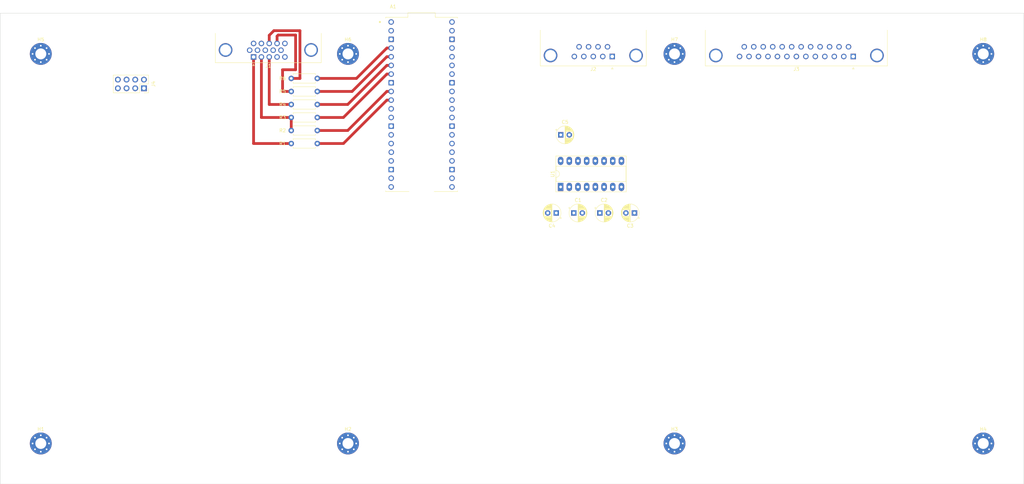
<source format=kicad_pcb>
(kicad_pcb (version 20211014) (generator pcbnew)
  (layers (0 "F.Cu" signal) (31 "B.Cu" signal) (34 "B.Paste" user) (35 "F.Paste" user) (36 "B.SilkS" user "B.Silkscreen") (37 "F.SilkS" user "F.Silkscreen") (38 "B.Mask" user) (39 "F.Mask" user) (44 "Edge.Cuts" user))
  (net 0 "")
  (net 6 "Net-(A1-Pad5)")
  (net 7 "Net-(A1-Pad6)")
  (net 18 "Net-(A1-Pad7)")
  (net 25 "GND")
  (net 31 "Net-(A1-Pad4)")
  (net 34 "Net-(A1-Pad9)")
  (net 35 "Net-(A1-Pad10)")
  (net 36 "/TX 3.3v")
  (net 37 "/RX 3.3V")
  (net 38 "+3.3V")
  (net 39 "Net-(C2-Pad1)")
  (net 40 "Net-(C2-Pad2)")
  (net 41 "Net-(C3-Pad2)")
  (net 42 "Net-(C4-Pad1)")
  (net 43 "Net-(J1-Pad1)")
  (net 44 "Net-(J1-Pad2)")
  (net 45 "Net-(J1-Pad3)")
  (net 46 "Net-(J1-Pad13)")
  (net 47 "Net-(J1-Pad14)")
  (net 49 "/RX 232")
  (net 50 "/TX 232")
  (net 81 "Net-(C1-Pad1)")
  (net 82 "Net-(C1-Pad2)")
  (footprint "MountingHole:MountingHole_3.2mm_M3_Pad_Via" (layer "F.Cu") (at 222.525 37.275)
    (fp_text reference "H7" (at 0 -4.2) (layer "F.SilkS"))
    (fp_text value "MountingHole_Pad")
    (pad "1" thru_hole circle (at -2.4 0) (size 0.8 0.8) (drill 0.5) (layers *.Cu *.Mask) (net 25 "GND"))
    (pad "1" thru_hole circle (at 1.697056 1.697056) (size 0.8 0.8) (drill 0.5) (layers *.Cu *.Mask) (net 25 "GND"))
    (pad "1" thru_hole circle (at 0 0) (size 6.4 6.4) (drill 3.2) (layers *.Cu *.Mask) (net 25 "GND"))
    (pad "1" thru_hole circle (at 2.4 0) (size 0.8 0.8) (drill 0.5) (layers *.Cu *.Mask) (net 25 "GND"))
    (pad "1" thru_hole circle (at 0 -2.4) (size 0.8 0.8) (drill 0.5) (layers *.Cu *.Mask) (net 25 "GND"))
    (pad "1" thru_hole circle (at 0 2.4) (size 0.8 0.8) (drill 0.5) (layers *.Cu *.Mask) (net 25 "GND"))
    (pad "1" thru_hole circle (at -1.697056 1.697056) (size 0.8 0.8) (drill 0.5) (layers *.Cu *.Mask) (net 25 "GND"))
    (pad "1" thru_hole circle (at -1.697056 -1.697056) (size 0.8 0.8) (drill 0.5) (layers *.Cu *.Mask) (net 25 "GND"))
    (pad "1" thru_hole circle (at 1.697056 -1.697056) (size 0.8 0.8) (drill 0.5) (layers *.Cu *.Mask) (net 25 "GND"))
  )
  (footprint "Resistor_THT:R_Axial_DIN0207_L6.3mm_D2.5mm_P7.62mm_Horizontal" (layer "F.Cu") (at 110.49 44.45)
    (fp_text reference "R6" (at -2.54 0) (layer "F.SilkS"))
    (fp_text value "47R")
    (pad "1" thru_hole circle (at 0 0) (size 1.6 1.6) (drill 0.8) (layers *.Cu *.Mask) (net 46 "Net-(J1-Pad13)"))
    (pad "2" thru_hole oval (at 7.62 0) (size 1.6 1.6) (drill 0.8) (layers *.Cu *.Mask) (net 31 "Net-(A1-Pad4)"))
  )
  (footprint "MountingHole:MountingHole_3.2mm_M3_Pad_Via" (layer "F.Cu") (at 37.275 151.275)
    (fp_text reference "H1" (at 0 -4.2) (layer "F.SilkS"))
    (fp_text value "MountingHole_Pad")
    (pad "1" thru_hole circle (at -1.697056 -1.697056) (size 0.8 0.8) (drill 0.5) (layers *.Cu *.Mask) (net 25 "GND"))
    (pad "1" thru_hole circle (at -1.697056 1.697056) (size 0.8 0.8) (drill 0.5) (layers *.Cu *.Mask) (net 25 "GND"))
    (pad "1" thru_hole circle (at 1.697056 1.697056) (size 0.8 0.8) (drill 0.5) (layers *.Cu *.Mask) (net 25 "GND"))
    (pad "1" thru_hole circle (at -2.4 0) (size 0.8 0.8) (drill 0.5) (layers *.Cu *.Mask) (net 25 "GND"))
    (pad "1" thru_hole circle (at 0 0) (size 6.4 6.4) (drill 3.2) (layers *.Cu *.Mask) (net 25 "GND"))
    (pad "1" thru_hole circle (at 2.4 0) (size 0.8 0.8) (drill 0.5) (layers *.Cu *.Mask) (net 25 "GND"))
    (pad "1" thru_hole circle (at 0 -2.4) (size 0.8 0.8) (drill 0.5) (layers *.Cu *.Mask) (net 25 "GND"))
    (pad "1" thru_hole circle (at 1.697056 -1.697056) (size 0.8 0.8) (drill 0.5) (layers *.Cu *.Mask) (net 25 "GND"))
    (pad "1" thru_hole circle (at 0 2.4) (size 0.8 0.8) (drill 0.5) (layers *.Cu *.Mask) (net 25 "GND"))
  )
  (footprint "Resistor_THT:R_Axial_DIN0207_L6.3mm_D2.5mm_P7.62mm_Horizontal" (layer "F.Cu") (at 110.49 52.07)
    (fp_text reference "R4" (at -2.54 0) (layer "F.SilkS"))
    (fp_text value "270R")
    (pad "1" thru_hole circle (at 0 0) (size 1.6 1.6) (drill 0.8) (layers *.Cu *.Mask) (net 45 "Net-(J1-Pad3)"))
    (pad "2" thru_hole oval (at 7.62 0) (size 1.6 1.6) (drill 0.8) (layers *.Cu *.Mask) (net 7 "Net-(A1-Pad6)"))
  )
  (footprint "Capacitor_THT:CP_Radial_D5.0mm_P2.50mm" (layer "F.Cu") (at 200.7 83.82)
    (fp_text reference "C2" (at 1.25 -3.75) (layer "F.SilkS"))
    (fp_text value "0,1µF")
    (pad "1" thru_hole rect (at 0 0) (size 1.6 1.6) (drill 0.8) (layers *.Cu *.Mask) (net 39 "Net-(C2-Pad1)"))
    (pad "2" thru_hole circle (at 2.5 0) (size 1.6 1.6) (drill 0.8) (layers *.Cu *.Mask) (net 40 "Net-(C2-Pad2)"))
  )
  (footprint "Capacitor_THT:CP_Radial_D5.0mm_P2.50mm" (layer "F.Cu") (at 210.82 83.82 180)
    (fp_text reference "C3" (at 1.25 -3.75) (layer "F.SilkS"))
    (fp_text value "0,1µF")
    (pad "1" thru_hole rect (at 0 0 180) (size 1.6 1.6) (drill 0.8) (layers *.Cu *.Mask) (net 25 "GND"))
    (pad "2" thru_hole circle (at 2.5 0 180) (size 1.6 1.6) (drill 0.8) (layers *.Cu *.Mask) (net 41 "Net-(C3-Pad2)"))
  )
  (footprint "Connector_Dsub:DSUB-9_Male_Horizontal_P2.77x2.84mm_EdgePinOffset4.94mm_Housed_MountingHolesOffset7.48mm" (layer "F.Cu") (at 204.325 38.030331 180)
    (fp_text reference "J2" (at 5.54 -3.7) (layer "F.SilkS"))
    (fp_text value "DB9_Male_MountingHoles")
    (pad "0" thru_hole circle (at -6.96 0.3 180) (size 4 4) (drill 3.2) (layers *.Cu *.Mask) (net 25 "GND"))
    (pad "0" thru_hole circle (at 18.04 0.3 180) (size 4 4) (drill 3.2) (layers *.Cu *.Mask) (net 25 "GND"))
    (pad "1" thru_hole rect (at 0 0 180) (size 1.6 1.6) (drill 1) (layers *.Cu *.Mask))
    (pad "2" thru_hole circle (at 2.77 0 180) (size 1.6 1.6) (drill 1) (layers *.Cu *.Mask) (net 49 "/RX 232"))
    (pad "3" thru_hole circle (at 5.54 0 180) (size 1.6 1.6) (drill 1) (layers *.Cu *.Mask) (net 50 "/TX 232"))
    (pad "4" thru_hole circle (at 8.31 0 180) (size 1.6 1.6) (drill 1) (layers *.Cu *.Mask))
    (pad "5" thru_hole circle (at 11.08 0 180) (size 1.6 1.6) (drill 1) (layers *.Cu *.Mask) (net 25 "GND"))
    (pad "6" thru_hole circle (at 1.385 2.84 180) (size 1.6 1.6) (drill 1) (layers *.Cu *.Mask))
    (pad "7" thru_hole circle (at 4.155 2.84 180) (size 1.6 1.6) (drill 1) (layers *.Cu *.Mask))
    (pad "8" thru_hole circle (at 6.925 2.84 180) (size 1.6 1.6) (drill 1) (layers *.Cu *.Mask))
    (pad "9" thru_hole circle (at 9.695 2.84 180) (size 1.6 1.6) (drill 1) (layers *.Cu *.Mask))
  )
  (footprint "Connector_Dsub:DSUB-15-HD_Female_Horizontal_P2.29x1.98mm_EdgePinOffset3.03mm_Housed_MountingHolesOffset4.94mm" (layer "F.Cu") (at 99.475 38.175331 180)
    (fp_text reference "J1" (at -4.315 -2.61) (layer "F.SilkS"))
    (fp_text value "DB15HDF")
    (pad "0" thru_hole circle (at -16.815 2.05 180) (size 4 4) (drill 3.2) (layers *.Cu *.Mask) (net 25 "GND"))
    (pad "0" thru_hole circle (at 8.185 2.05 180) (size 4 4) (drill 3.2) (layers *.Cu *.Mask) (net 25 "GND"))
    (pad "1" thru_hole rect (at 0 0 180) (size 1.6 1.6) (drill 1) (layers *.Cu *.Mask) (net 43 "Net-(J1-Pad1)"))
    (pad "2" thru_hole circle (at -2.29 0 180) (size 1.6 1.6) (drill 1) (layers *.Cu *.Mask) (net 44 "Net-(J1-Pad2)"))
    (pad "3" thru_hole circle (at -4.58 0 180) (size 1.6 1.6) (drill 1) (layers *.Cu *.Mask) (net 45 "Net-(J1-Pad3)"))
    (pad "4" thru_hole circle (at -6.87 0 180) (size 1.6 1.6) (drill 1) (layers *.Cu *.Mask))
    (pad "5" thru_hole circle (at -9.16 0 180) (size 1.6 1.6) (drill 1) (layers *.Cu *.Mask) (net 25 "GND"))
    (pad "6" thru_hole circle (at 1.145 1.98 180) (size 1.6 1.6) (drill 1) (layers *.Cu *.Mask) (net 25 "GND"))
    (pad "7" thru_hole circle (at -1.145 1.98 180) (size 1.6 1.6) (drill 1) (layers *.Cu *.Mask) (net 25 "GND"))
    (pad "8" thru_hole circle (at -3.435 1.98 180) (size 1.6 1.6) (drill 1) (layers *.Cu *.Mask) (net 25 "GND"))
    (pad "9" thru_hole circle (at -5.725 1.98 180) (size 1.6 1.6) (drill 1) (layers *.Cu *.Mask))
    (pad "10" thru_hole circle (at -8.015 1.98 180) (size 1.6 1.6) (drill 1) (layers *.Cu *.Mask) (net 25 "GND"))
    (pad "11" thru_hole circle (at 0 3.96 180) (size 1.6 1.6) (drill 1) (layers *.Cu *.Mask))
    (pad "12" thru_hole circle (at -2.29 3.96 180) (size 1.6 1.6) (drill 1) (layers *.Cu *.Mask))
    (pad "13" thru_hole circle (at -4.58 3.96 180) (size 1.6 1.6) (drill 1) (layers *.Cu *.Mask) (net 46 "Net-(J1-Pad13)"))
    (pad "14" thru_hole circle (at -6.87 3.96 180) (size 1.6 1.6) (drill 1) (layers *.Cu *.Mask) (net 47 "Net-(J1-Pad14)"))
    (pad "15" thru_hole circle (at -9.16 3.96 180) (size 1.6 1.6) (drill 1) (layers *.Cu *.Mask))
  )
  (footprint "Capacitor_THT:CP_Radial_D5.0mm_P2.50mm" (layer "F.Cu") (at 189.27 60.96)
    (fp_text reference "C5" (at 1.25 -3.75) (layer "F.SilkS"))
    (fp_text value "0,1µF")
    (pad "1" thru_hole rect (at 0 0) (size 1.6 1.6) (drill 0.8) (layers *.Cu *.Mask) (net 38 "+3.3V"))
    (pad "2" thru_hole circle (at 2.5 0) (size 1.6 1.6) (drill 0.8) (layers *.Cu *.Mask) (net 25 "GND"))
  )
  (footprint "Package_DIP:DIP-16_W7.62mm_Socket_LongPads" (layer "F.Cu") (at 189.23 76.2 90)
    (fp_text reference "U1" (at 3.81 -2.33 90) (layer "F.SilkS"))
    (fp_text value "MAX3232")
    (pad "1" thru_hole rect (at 0 0 90) (size 2.4 1.6) (drill 0.8) (layers *.Cu *.Mask) (net 81 "Net-(C1-Pad1)"))
    (pad "2" thru_hole oval (at 0 2.54 90) (size 2.4 1.6) (drill 0.8) (layers *.Cu *.Mask) (net 42 "Net-(C4-Pad1)"))
    (pad "3" thru_hole oval (at 0 5.08 90) (size 2.4 1.6) (drill 0.8) (layers *.Cu *.Mask) (net 82 "Net-(C1-Pad2)"))
    (pad "4" thru_hole oval (at 0 7.62 90) (size 2.4 1.6) (drill 0.8) (layers *.Cu *.Mask) (net 39 "Net-(C2-Pad1)"))
    (pad "5" thru_hole oval (at 0 10.16 90) (size 2.4 1.6) (drill 0.8) (layers *.Cu *.Mask) (net 40 "Net-(C2-Pad2)"))
    (pad "6" thru_hole oval (at 0 12.7 90) (size 2.4 1.6) (drill 0.8) (layers *.Cu *.Mask) (net 41 "Net-(C3-Pad2)"))
    (pad "7" thru_hole oval (at 0 15.24 90) (size 2.4 1.6) (drill 0.8) (layers *.Cu *.Mask))
    (pad "8" thru_hole oval (at 0 17.78 90) (size 2.4 1.6) (drill 0.8) (layers *.Cu *.Mask))
    (pad "9" thru_hole oval (at 7.62 17.78 90) (size 2.4 1.6) (drill 0.8) (layers *.Cu *.Mask))
    (pad "10" thru_hole oval (at 7.62 15.24 90) (size 2.4 1.6) (drill 0.8) (layers *.Cu *.Mask) (net 25 "GND"))
    (pad "11" thru_hole oval (at 7.62 12.7 90) (size 2.4 1.6) (drill 0.8) (layers *.Cu *.Mask) (net 36 "/TX 3.3v"))
    (pad "12" thru_hole oval (at 7.62 10.16 90) (size 2.4 1.6) (drill 0.8) (layers *.Cu *.Mask) (net 37 "/RX 3.3V"))
    (pad "13" thru_hole oval (at 7.62 7.62 90) (size 2.4 1.6) (drill 0.8) (layers *.Cu *.Mask) (net 49 "/RX 232"))
    (pad "14" thru_hole oval (at 7.62 5.08 90) (size 2.4 1.6) (drill 0.8) (layers *.Cu *.Mask) (net 50 "/TX 232"))
    (pad "15" thru_hole oval (at 7.62 2.54 90) (size 2.4 1.6) (drill 0.8) (layers *.Cu *.Mask) (net 25 "GND"))
    (pad "16" thru_hole oval (at 7.62 0 90) (size 2.4 1.6) (drill 0.8) (layers *.Cu *.Mask) (net 38 "+3.3V"))
  )
  (footprint "Resistor_THT:R_Axial_DIN0207_L6.3mm_D2.5mm_P7.62mm_Horizontal" (layer "F.Cu") (at 110.49 48.26)
    (fp_text reference "R5" (at -2.54 0) (layer "F.SilkS"))
    (fp_text value "47R")
    (pad "1" thru_hole circle (at 0 0) (size 1.6 1.6) (drill 0.8) (layers *.Cu *.Mask) (net 47 "Net-(J1-Pad14)"))
    (pad "2" thru_hole oval (at 7.62 0) (size 1.6 1.6) (drill 0.8) (layers *.Cu *.Mask) (net 6 "Net-(A1-Pad5)"))
  )
  (footprint "MountingHole:MountingHole_3.2mm_M3_Pad_Via" (layer "F.Cu") (at 312.775 151.275)
    (fp_text reference "H4" (at 0 -4.2) (layer "F.SilkS"))
    (fp_text value "MountingHole_Pad")
    (pad "1" thru_hole circle (at -1.697056 -1.697056) (size 0.8 0.8) (drill 0.5) (layers *.Cu *.Mask) (net 25 "GND"))
    (pad "1" thru_hole circle (at -2.4 0) (size 0.8 0.8) (drill 0.5) (layers *.Cu *.Mask) (net 25 "GND"))
    (pad "1" thru_hole circle (at 0 2.4) (size 0.8 0.8) (drill 0.5) (layers *.Cu *.Mask) (net 25 "GND"))
    (pad "1" thru_hole circle (at 1.697056 -1.697056) (size 0.8 0.8) (drill 0.5) (layers *.Cu *.Mask) (net 25 "GND"))
    (pad "1" thru_hole circle (at 0 0) (size 6.4 6.4) (drill 3.2) (layers *.Cu *.Mask) (net 25 "GND"))
    (pad "1" thru_hole circle (at -1.697056 1.697056) (size 0.8 0.8) (drill 0.5) (layers *.Cu *.Mask) (net 25 "GND"))
    (pad "1" thru_hole circle (at 1.697056 1.697056) (size 0.8 0.8) (drill 0.5) (layers *.Cu *.Mask) (net 25 "GND"))
    (pad "1" thru_hole circle (at 2.4 0) (size 0.8 0.8) (drill 0.5) (layers *.Cu *.Mask) (net 25 "GND"))
    (pad "1" thru_hole circle (at 0 -2.4) (size 0.8 0.8) (drill 0.5) (layers *.Cu *.Mask) (net 25 "GND"))
  )
  (footprint "Resistor_THT:R_Axial_DIN0207_L6.3mm_D2.5mm_P7.62mm_Horizontal" (layer "F.Cu") (at 110.49 59.69)
    (fp_text reference "R2" (at -2.54 0) (layer "F.SilkS"))
    (fp_text value "390R")
    (pad "1" thru_hole circle (at 0 0) (size 1.6 1.6) (drill 0.8) (layers *.Cu *.Mask) (net 44 "Net-(J1-Pad2)"))
    (pad "2" thru_hole oval (at 7.62 0) (size 1.6 1.6) (drill 0.8) (layers *.Cu *.Mask) (net 34 "Net-(A1-Pad9)"))
  )
  (footprint "Connector_PinSocket_2.54mm:PinSocket_2x04_P2.54mm_Vertical" (layer "F.Cu") (at 67.425 47.335 -90)
    (fp_text reference "J4" (at -1.27 -2.77 90) (layer "F.SilkS"))
    (fp_text value "Conn_02x04_Odd_Even")
    (pad "1" thru_hole rect (at 0 0 270) (size 1.7 1.7) (drill 1) (layers *.Cu *.Mask))
    (pad "2" thru_hole oval (at -2.54 0 270) (size 1.7 1.7) (drill 1) (layers *.Cu *.Mask))
    (pad "3" thru_hole oval (at 0 2.54 270) (size 1.7 1.7) (drill 1) (layers *.Cu *.Mask))
    (pad "4" thru_hole oval (at -2.54 2.54 270) (size 1.7 1.7) (drill 1) (layers *.Cu *.Mask))
    (pad "5" thru_hole oval (at 0 5.08 270) (size 1.7 1.7) (drill 1) (layers *.Cu *.Mask))
    (pad "6" thru_hole oval (at -2.54 5.08 270) (size 1.7 1.7) (drill 1) (layers *.Cu *.Mask) (net 25 "GND"))
    (pad "7" thru_hole oval (at 0 7.62 270) (size 1.7 1.7) (drill 1) (layers *.Cu *.Mask))
    (pad "8" thru_hole oval (at -2.54 7.62 270) (size 1.7 1.7) (drill 1) (layers *.Cu *.Mask) (net 38 "+3.3V"))
  )
  (footprint "MountingHole:MountingHole_3.2mm_M3_Pad_Via" (layer "F.Cu") (at 312.775 37.275)
    (fp_text reference "H8" (at 0 -4.2) (layer "F.SilkS"))
    (fp_text value "MountingHole_Pad")
    (pad "1" thru_hole circle (at 0 0) (size 6.4 6.4) (drill 3.2) (layers *.Cu *.Mask) (net 25 "GND"))
    (pad "1" thru_hole circle (at -2.4 0) (size 0.8 0.8) (drill 0.5) (layers *.Cu *.Mask) (net 25 "GND"))
    (pad "1" thru_hole circle (at 2.4 0) (size 0.8 0.8) (drill 0.5) (layers *.Cu *.Mask) (net 25 "GND"))
    (pad "1" thru_hole circle (at 1.697056 1.697056) (size 0.8 0.8) (drill 0.5) (layers *.Cu *.Mask) (net 25 "GND"))
    (pad "1" thru_hole circle (at 1.697056 -1.697056) (size 0.8 0.8) (drill 0.5) (layers *.Cu *.Mask) (net 25 "GND"))
    (pad "1" thru_hole circle (at -1.697056 1.697056) (size 0.8 0.8) (drill 0.5) (layers *.Cu *.Mask) (net 25 "GND"))
    (pad "1" thru_hole circle (at -1.697056 -1.697056) (size 0.8 0.8) (drill 0.5) (layers *.Cu *.Mask) (net 25 "GND"))
    (pad "1" thru_hole circle (at 0 -2.4) (size 0.8 0.8) (drill 0.5) (layers *.Cu *.Mask) (net 25 "GND"))
    (pad "1" thru_hole circle (at 0 2.4) (size 0.8 0.8) (drill 0.5) (layers *.Cu *.Mask) (net 25 "GND"))
  )
  (footprint "MountingHole:MountingHole_3.2mm_M3_Pad_Via" (layer "F.Cu") (at 127.075 151.275)
    (fp_text reference "H2" (at 0 -4.2) (layer "F.SilkS"))
    (fp_text value "MountingHole_Pad")
    (pad "1" thru_hole circle (at -1.697056 -1.697056) (size 0.8 0.8) (drill 0.5) (layers *.Cu *.Mask) (net 25 "GND"))
    (pad "1" thru_hole circle (at 0 2.4) (size 0.8 0.8) (drill 0.5) (layers *.Cu *.Mask) (net 25 "GND"))
    (pad "1" thru_hole circle (at -2.4 0) (size 0.8 0.8) (drill 0.5) (layers *.Cu *.Mask) (net 25 "GND"))
    (pad "1" thru_hole circle (at 0 -2.4) (size 0.8 0.8) (drill 0.5) (layers *.Cu *.Mask) (net 25 "GND"))
    (pad "1" thru_hole circle (at -1.697056 1.697056) (size 0.8 0.8) (drill 0.5) (layers *.Cu *.Mask) (net 25 "GND"))
    (pad "1" thru_hole circle (at 1.697056 1.697056) (size 0.8 0.8) (drill 0.5) (layers *.Cu *.Mask) (net 25 "GND"))
    (pad "1" thru_hole circle (at 0 0) (size 6.4 6.4) (drill 3.2) (layers *.Cu *.Mask) (net 25 "GND"))
    (pad "1" thru_hole circle (at 2.4 0) (size 0.8 0.8) (drill 0.5) (layers *.Cu *.Mask) (net 25 "GND"))
    (pad "1" thru_hole circle (at 1.697056 -1.697056) (size 0.8 0.8) (drill 0.5) (layers *.Cu *.Mask) (net 25 "GND"))
  )
  (footprint "Capacitor_THT:CP_Radial_D5.0mm_P2.50mm" (layer "F.Cu") (at 193.08 83.82)
    (fp_text reference "C1" (at 1.25 -3.75) (layer "F.SilkS"))
    (fp_text value "0,1µF")
    (pad "1" thru_hole rect (at 0 0) (size 1.6 1.6) (drill 0.8) (layers *.Cu *.Mask) (net 81 "Net-(C1-Pad1)"))
    (pad "2" thru_hole circle (at 2.5 0) (size 1.6 1.6) (drill 0.8) (layers *.Cu *.Mask) (net 82 "Net-(C1-Pad2)"))
  )
  (footprint "Resistor_THT:R_Axial_DIN0207_L6.3mm_D2.5mm_P7.62mm_Horizontal" (layer "F.Cu") (at 110.49 63.5)
    (fp_text reference "R1" (at -2.54 0) (layer "F.SilkS"))
    (fp_text value "270R")
    (pad "1" thru_hole circle (at 0 0) (size 1.6 1.6) (drill 0.8) (layers *.Cu *.Mask) (net 43 "Net-(J1-Pad1)"))
    (pad "2" thru_hole oval (at 7.62 0) (size 1.6 1.6) (drill 0.8) (layers *.Cu *.Mask) (net 35 "Net-(A1-Pad10)"))
  )
  (footprint "MountingHole:MountingHole_3.2mm_M3_Pad_Via" (layer "F.Cu") (at 222.525 151.275)
    (fp_text reference "H3" (at 0 -4.2) (layer "F.SilkS"))
    (fp_text value "MountingHole_Pad")
    (pad "1" thru_hole circle (at 0 0) (size 6.4 6.4) (drill 3.2) (layers *.Cu *.Mask) (net 25 "GND"))
    (pad "1" thru_hole circle (at -1.697056 1.697056) (size 0.8 0.8) (drill 0.5) (layers *.Cu *.Mask) (net 25 "GND"))
    (pad "1" thru_hole circle (at 1.697056 1.697056) (size 0.8 0.8) (drill 0.5) (layers *.Cu *.Mask) (net 25 "GND"))
    (pad "1" thru_hole circle (at 0 -2.4) (size 0.8 0.8) (drill 0.5) (layers *.Cu *.Mask) (net 25 "GND"))
    (pad "1" thru_hole circle (at 1.697056 -1.697056) (size 0.8 0.8) (drill 0.5) (layers *.Cu *.Mask) (net 25 "GND"))
    (pad "1" thru_hole circle (at -2.4 0) (size 0.8 0.8) (drill 0.5) (layers *.Cu *.Mask) (net 25 "GND"))
    (pad "1" thru_hole circle (at 0 2.4) (size 0.8 0.8) (drill 0.5) (layers *.Cu *.Mask) (net 25 "GND"))
    (pad "1" thru_hole circle (at -1.697056 -1.697056) (size 0.8 0.8) (drill 0.5) (layers *.Cu *.Mask) (net 25 "GND"))
    (pad "1" thru_hole circle (at 2.4 0) (size 0.8 0.8) (drill 0.5) (layers *.Cu *.Mask) (net 25 "GND"))
  )
  (footprint "Resistor_THT:R_Axial_DIN0207_L6.3mm_D2.5mm_P7.62mm_Horizontal" (layer "F.Cu") (at 110.49 55.88)
    (fp_text reference "R3" (at -2.54 0) (layer "F.SilkS"))
    (fp_text value "820R")
    (pad "1" thru_hole circle (at 0 0) (size 1.6 1.6) (drill 0.8) (layers *.Cu *.Mask) (net 44 "Net-(J1-Pad2)"))
    (pad "2" thru_hole oval (at 7.62 0) (size 1.6 1.6) (drill 0.8) (layers *.Cu *.Mask) (net 18 "Net-(A1-Pad7)"))
  )
  (footprint "MountingHole:MountingHole_3.2mm_M3_Pad_Via" (layer "F.Cu") (at 127.075 37.275)
    (fp_text reference "H6" (at 0 -4.2) (layer "F.SilkS"))
    (fp_text value "MountingHole_Pad")
    (pad "1" thru_hole circle (at 1.697056 -1.697056) (size 0.8 0.8) (drill 0.5) (layers *.Cu *.Mask) (net 25 "GND"))
    (pad "1" thru_hole circle (at -1.697056 1.697056) (size 0.8 0.8) (drill 0.5) (layers *.Cu *.Mask) (net 25 "GND"))
    (pad "1" thru_hole circle (at 1.697056 1.697056) (size 0.8 0.8) (drill 0.5) (layers *.Cu *.Mask) (net 25 "GND"))
    (pad "1" thru_hole circle (at 0 -2.4) (size 0.8 0.8) (drill 0.5) (layers *.Cu *.Mask) (net 25 "GND"))
    (pad "1" thru_hole circle (at 0 0) (size 6.4 6.4) (drill 3.2) (layers *.Cu *.Mask) (net 25 "GND"))
    (pad "1" thru_hole circle (at -1.697056 -1.697056) (size 0.8 0.8) (drill 0.5) (layers *.Cu *.Mask) (net 25 "GND"))
    (pad "1" thru_hole circle (at 0 2.4) (size 0.8 0.8) (drill 0.5) (layers *.Cu *.Mask) (net 25 "GND"))
    (pad "1" thru_hole circle (at 2.4 0) (size 0.8 0.8) (drill 0.5) (layers *.Cu *.Mask) (net 25 "GND"))
    (pad "1" thru_hole circle (at -2.4 0) (size 0.8 0.8) (drill 0.5) (layers *.Cu *.Mask) (net 25 "GND"))
  )
  (footprint "Capacitor_THT:CP_Radial_D5.0mm_P2.50mm" (layer "F.Cu") (at 187.96 83.82 180)
    (fp_text reference "C4" (at 1.25 -3.75) (layer "F.SilkS"))
    (fp_text value "0,1µF")
    (pad "1" thru_hole rect (at 0 0 180) (size 1.6 1.6) (drill 0.8) (layers *.Cu *.Mask) (net 42 "Net-(C4-Pad1)"))
    (pad "2" thru_hole circle (at 2.5 0 180) (size 1.6 1.6) (drill 0.8) (layers *.Cu *.Mask) (net 25 "GND"))
  )
  (footprint "MountingHole:MountingHole_3.2mm_M3_Pad_Via" (layer "F.Cu") (at 37.275 37.275)
    (fp_text reference "H5" (at 0 -4.2) (layer "F.SilkS"))
    (fp_text value "MountingHole_Pad")
    (pad "1" thru_hole circle (at -1.697056 1.697056) (size 0.8 0.8) (drill 0.5) (layers *.Cu *.Mask) (net 25 "GND"))
    (pad "1" thru_hole circle (at -1.697056 -1.697056) (size 0.8 0.8) (drill 0.5) (layers *.Cu *.Mask) (net 25 "GND"))
    (pad "1" thru_hole circle (at 1.697056 1.697056) (size 0.8 0.8) (drill 0.5) (layers *.Cu *.Mask) (net 25 "GND"))
    (pad "1" thru_hole circle (at -2.4 0) (size 0.8 0.8) (drill 0.5) (layers *.Cu *.Mask) (net 25 "GND"))
    (pad "1" thru_hole circle (at 0 0) (size 6.4 6.4) (drill 3.2) (layers *.Cu *.Mask) (net 25 "GND"))
    (pad "1" thru_hole circle (at 0 -2.4) (size 0.8 0.8) (drill 0.5) (layers *.Cu *.Mask) (net 25 "GND"))
    (pad "1" thru_hole circle (at 1.697056 -1.697056) (size 0.8 0.8) (drill 0.5) (layers *.Cu *.Mask) (net 25 "GND"))
    (pad "1" thru_hole circle (at 0 2.4) (size 0.8 0.8) (drill 0.5) (layers *.Cu *.Mask) (net 25 "GND"))
    (pad "1" thru_hole circle (at 2.4 0) (size 0.8 0.8) (drill 0.5) (layers *.Cu *.Mask) (net 25 "GND"))
  )
  (footprint "Connector_Dsub:DSUB-25_Male_Horizontal_P2.77x2.84mm_EdgePinOffset4.94mm_Housed_MountingHolesOffset7.48mm" (layer "F.Cu") (at 274.775 38.030331 180)
    (fp_text reference "J3" (at 16.62 -3.7) (layer "F.SilkS"))
    (fp_text value "DB25_Female_MountingHoles")
    (pad "0" thru_hole circle (at 40.17 0.3 180) (size 4 4) (drill 3.2) (layers *.Cu *.Mask) (net 25 "GND"))
    (pad "0" thru_hole circle (at -6.93 0.3 180) (size 4 4) (drill 3.2) (layers *.Cu *.Mask) (net 25 "GND"))
    (pad "1" thru_hole rect (at 0 0 180) (size 1.6 1.6) (drill 1) (layers *.Cu *.Mask))
    (pad "2" thru_hole circle (at 2.77 0 180) (size 1.6 1.6) (drill 1) (layers *.Cu *.Mask) (net 50 "/TX 232"))
    (pad "3" thru_hole circle (at 5.54 0 180) (size 1.6 1.6) (drill 1) (layers *.Cu *.Mask) (net 49 "/RX 232"))
    (pad "4" thru_hole circle (at 8.31 0 180) (size 1.6 1.6) (drill 1) (layers *.Cu *.Mask))
    (pad "5" thru_hole circle (at 11.08 0 180) (size 1.6 1.6) (drill 1) (layers *.Cu *.Mask))
    (pad "6" thru_hole circle (at 13.85 0 180) (size 1.6 1.6) (drill 1) (layers *.Cu *.Mask))
    (pad "7" thru_hole circle (at 16.62 0 180) (size 1.6 1.6) (drill 1) (layers *.Cu *.Mask) (net 25 "GND"))
    (pad "8" thru_hole circle (at 19.39 0 180) (size 1.6 1.6) (drill 1) (layers *.Cu *.Mask))
    (pad "9" thru_hole circle (at 22.16 0 180) (size 1.6 1.6) (drill 1) (layers *.Cu *.Mask))
    (pad "10" thru_hole circle (at 24.93 0 180) (size 1.6 1.6) (drill 1) (layers *.Cu *.Mask))
    (pad "11" thru_hole circle (at 27.7 0 180) (size 1.6 1.6) (drill 1) (layers *.Cu *.Mask))
    (pad "12" thru_hole circle (at 30.47 0 180) (size 1.6 1.6) (drill 1) (layers *.Cu *.Mask))
    (pad "13" thru_hole circle (at 33.24 0 180) (size 1.6 1.6) (drill 1) (layers *.Cu *.Mask))
    (pad "14" thru_hole circle (at 1.385 2.84 180) (size 1.6 1.6) (drill 1) (layers *.Cu *.Mask))
    (pad "15" thru_hole circle (at 4.155 2.84 180) (size 1.6 1.6) (drill 1) (layers *.Cu *.Mask))
    (pad "16" thru_hole circle (at 6.925 2.84 180) (size 1.6 1.6) (drill 1) (layers *.Cu *.Mask))
    (pad "17" thru_hole circle (at 9.695 2.84 180) (size 1.6 1.6) (drill 1) (layers *.Cu *.Mask))
    (pad "18" thru_hole circle (at 12.465 2.84 180) (size 1.6 1.6) (drill 1) (layers *.Cu *.Mask))
    (pad "19" thru_hole circle (at 15.235 2.84 180) (size 1.6 1.6) (drill 1) (layers *.Cu *.Mask))
    (pad "20" thru_hole circle (at 18.005 2.84 180) (size 1.6 1.6) (drill 1) (layers *.Cu *.Mask))
    (pad "21" thru_hole circle (at 20.775 2.84 180) (size 1.6 1.6) (drill 1) (layers *.Cu *.Mask))
    (pad "22" thru_hole circle (at 23.545 2.84 180) (size 1.6 1.6) (drill 1) (layers *.Cu *.Mask))
    (pad "23" thru_hole circle (at 26.315 2.84 180) (size 1.6 1.6) (drill 1) (layers *.Cu *.Mask))
    (pad "24" thru_hole circle (at 29.085 2.84 180) (size 1.6 1.6) (drill 1) (layers *.Cu *.Mask))
    (pad "25" thru_hole circle (at 31.855 2.84 180) (size 1.6 1.6) (drill 1) (layers *.Cu *.Mask))
  )
  (footprint "Pico:MODULE_SC0915" (layer "F.Cu") (at 148.59 52.07)
    (fp_text reference "A1" (at -8.325 -28.635) (layer "F.SilkS"))
    (fp_text value "SC0915")
    (pad "1" thru_hole circle (at -8.89 -24.13) (size 1.6 1.6) (drill 1) (layers *.Cu *.Mask))
    (pad "2" thru_hole circle (at -8.89 -21.59) (size 1.6 1.6) (drill 1) (layers *.Cu *.Mask))
    (pad "3" thru_hole roundrect (at -8.89 -19.05) (size 1.6 1.6) (drill 1) (layers *.Cu *.Mask) (roundrect_rratio 0.125) (net 25 "GND"))
    (pad "4" thru_hole circle (at -8.89 -16.51) (size 1.6 1.6) (drill 1) (layers *.Cu *.Mask) (net 31 "Net-(A1-Pad4)"))
    (pad "5" thru_hole circle (at -8.89 -13.97) (size 1.6 1.6) (drill 1) (layers *.Cu *.Mask) (net 6 "Net-(A1-Pad5)"))
    (pad "6" thru_hole circle (at -8.89 -11.43) (size 1.6 1.6) (drill 1) (layers *.Cu *.Mask) (net 7 "Net-(A1-Pad6)"))
    (pad "7" thru_hole circle (at -8.89 -8.89) (size 1.6 1.6) (drill 1) (layers *.Cu *.Mask) (net 18 "Net-(A1-Pad7)"))
    (pad "8" thru_hole roundrect (at -8.89 -6.35) (size 1.6 1.6) (drill 1) (layers *.Cu *.Mask) (roundrect_rratio 0.125) (net 25 "GND"))
    (pad "9" thru_hole circle (at -8.89 -3.81) (size 1.6 1.6) (drill 1) (layers *.Cu *.Mask) (net 34 "Net-(A1-Pad9)"))
    (pad "10" thru_hole circle (at -8.89 -1.27) (size 1.6 1.6) (drill 1) (layers *.Cu *.Mask) (net 35 "Net-(A1-Pad10)"))
    (pad "11" thru_hole circle (at -8.89 1.27) (size 1.6 1.6) (drill 1) (layers *.Cu *.Mask))
    (pad "12" thru_hole circle (at -8.89 3.81) (size 1.6 1.6) (drill 1) (layers *.Cu *.Mask))
    (pad "13" thru_hole roundrect (at -8.89 6.35) (size 1.6 1.6) (drill 1) (layers *.Cu *.Mask) (roundrect_rratio 0.125) (net 25 "GND"))
    (pad "14" thru_hole circle (at -8.89 8.89) (size 1.6 1.6) (drill 1) (layers *.Cu *.Mask))
    (pad "15" thru_hole circle (at -8.89 11.43) (size 1.6 1.6) (drill 1) (layers *.Cu *.Mask))
    (pad "16" thru_hole circle (at -8.848119 13.97) (size 1.6 1.6) (drill 1) (layers *.Cu *.Mask))
    (pad "17" thru_hole circle (at -8.89 16.51) (size 1.6 1.6) (drill 1) (layers *.Cu *.Mask))
    (pad "18" thru_hole roundrect (at -8.89 19.05) (size 1.6 1.6) (drill 1) (layers *.Cu *.Mask) (roundrect_rratio 0.125) (net 25 "GND"))
    (pad "19" thru_hole circle (at -8.89 21.59) (size 1.6 1.6) (drill 1) (layers *.Cu *.Mask))
    (pad "20" thru_hole circle (at -8.89 24.13) (size 1.6 1.6) (drill 1) (layers *.Cu *.Mask))
    (pad "21" thru_hole circle (at 8.89 24.13) (size 1.6 1.6) (drill 1) (layers *.Cu *.Mask) (net 36 "/TX 3.3v"))
    (pad "22" thru_hole circle (at 8.89 21.59) (size 1.6 1.6) (drill 1) (layers *.Cu *.Mask) (net 37 "/RX 3.3V"))
    (pad "23" thru_hole roundrect (at 8.89 19.05) (size 1.6 1.6) (drill 1) (layers *.Cu *.Mask) (roundrect_rratio 0.125) (net 25 "GND"))
    (pad "24" thru_hole circle (at 8.89 16.51) (size 1.6 1.6) (drill 1) (layers *.Cu *.Mask))
    (pad "25" thru_hole circle (at 8.89 13.97) (size 1.6 1.6) (drill 1) (layers *.Cu *.Mask))
    (pad "26" thru_hole circle (at 8.89 11.43) (size 1.6 1.6) (drill 1) (layers *.Cu *.Mask))
    (pad "27" thru_hole circle (at 8.89 8.89) (size 1.6 1.6) (drill 1) (layers *.Cu *.Mask))
    (pad "28" thru_hole roundrect (at 8.89 6.35) (size 1.6 1.6) (drill 1) (layers *.Cu *.Mask) (roundrect_rratio 0.125) (net 25 "GND"))
    (pad "29" thru_hole circle (at 8.89 3.81) (size 1.6 1.6) (drill 1) (layers *.Cu *.Mask))
    (pad "30" thru_hole circle (at 8.89 1.27) (size 1.6 1.6) (drill 1) (layers *.Cu *.Mask))
    (pad "31" thru_hole circle (at 8.89 -1.27) (size 1.6 1.6) (drill 1) (layers *.Cu *.Mask))
    (pad "32" thru_hole circle (at 8.89 -3.81) (size 1.6 1.6) (drill 1) (layers *.Cu *.Mask))
    (pad "33" thru_hole roundrect (at 8.89 -6.35) (size 1.6 1.6) (drill 1) (layers *.Cu *.Mask) (roundrect_rratio 0.125) (net 25 "GND"))
    (pad "34" thru_hole circle (at 8.89 -8.89) (size 1.6 1.6) (drill 1) (layers *.Cu *.Mask))
    (pad "35" thru_hole circle (at 8.89 -11.43) (size 1.6 1.6) (drill 1) (layers *.Cu *.Mask))
    (pad "36" thru_hole circle (at 8.89 -13.97) (size 1.6 1.6) (drill 1) (layers *.Cu *.Mask) (net 38 "+3.3V"))
    (pad "37" thru_hole circle (at 8.89 -16.51) (size 1.6 1.6) (drill 1) (layers *.Cu *.Mask))
    (pad "38" thru_hole roundrect (at 8.89 -19.05) (size 1.6 1.6) (drill 1) (layers *.Cu *.Mask) (roundrect_rratio 0.125) (net 25 "GND"))
    (pad "39" thru_hole circle (at 8.89 -21.59) (size 1.6 1.6) (drill 1) (layers *.Cu *.Mask))
    (pad "40" thru_hole circle (at 8.89 -24.13) (size 1.6 1.6) (drill 1) (layers *.Cu *.Mask))
  )
  (gr_line (start 25.4 163.15) (end 25.4 25.4) (layer "Edge.Cuts") (width 0.1))
  (gr_line (start 324.65 25.4) (end 324.65 163.15) (layer "Edge.Cuts") (width 0.1))
  (gr_line (start 324.65 163.15) (end 25.4 163.15) (layer "Edge.Cuts") (width 0.1))
  (gr_line (start 25.4 25.4) (end 324.65 25.4) (layer "Edge.Cuts") (width 0.1))
  (segment (start 138.43 38.1) (end 128.27 48.26) (width 0.8) (layer "F.Cu") (net 6))
  (segment (start 128.27 48.26) (end 118.11 48.26) (width 0.8) (layer "F.Cu") (net 6))
  (segment (start 139.7 38.1) (end 138.43 38.1) (width 0.8) (layer "F.Cu") (net 6))
  (segment (start 127 52.07) (end 118.11 52.07) (width 0.8) (layer "F.Cu") (net 7))
  (segment (start 138.43 40.64) (end 127 52.07) (width 0.8) (layer "F.Cu") (net 7))
  (segment (start 139.7 40.64) (end 138.43 40.64) (width 0.8) (layer "F.Cu") (net 7))
  (segment (start 125.73 55.88) (end 118.11 55.88) (width 0.8) (layer "F.Cu") (net 18))
  (segment (start 139.7 43.18) (end 138.43 43.18) (width 0.8) (layer "F.Cu") (net 18))
  (segment (start 138.43 43.18) (end 125.73 55.88) (width 0.8) (layer "F.Cu") (net 18))
  (segment (start 138.43 35.56) (end 129.54 44.45) (width 0.8) (layer "F.Cu") (net 31))
  (segment (start 139.7 35.56) (end 138.43 35.56) (width 0.8) (layer "F.Cu") (net 31))
  (segment (start 129.54 44.45) (end 118.11 44.45) (width 0.8) (layer "F.Cu") (net 31))
  (segment (start 127 59.69) (end 118.11 59.69) (width 0.8) (layer "F.Cu") (net 34))
  (segment (start 138.43 48.26) (end 127 59.69) (width 0.8) (layer "F.Cu") (net 34))
  (segment (start 139.7 48.26) (end 138.43 48.26) (width 0.8) (layer "F.Cu") (net 34))
  (segment (start 138.43 50.8) (end 125.73 63.5) (width 0.8) (layer "F.Cu") (net 35))
  (segment (start 125.73 63.5) (end 118.11 63.5) (width 0.8) (layer "F.Cu") (net 35))
  (segment (start 139.7 50.8) (end 138.43 50.8) (width 0.8) (layer "F.Cu") (net 35))
  (segment (start 99.475 63.5) (end 99.475 38.175331) (width 0.8) (layer "F.Cu") (net 43))
  (segment (start 110.49 63.5) (end 99.475 63.5) (width 0.8) (layer "F.Cu") (net 43))
  (segment (start 110.49 55.88) (end 101.765 55.88) (width 0.8) (layer "F.Cu") (net 44))
  (segment (start 110.49 59.69) (end 110.49 55.88) (width 0.8) (layer "F.Cu") (net 44))
  (segment (start 101.765 55.88) (end 101.765 38.175331) (width 0.8) (layer "F.Cu") (net 44))
  (segment (start 110.49 52.07) (end 104.055 52.07) (width 0.8) (layer "F.Cu") (net 45))
  (segment (start 104.055 52.07) (end 104.055 38.175331) (width 0.8) (layer "F.Cu") (net 45))
  (segment (start 110.49 44.45) (end 113.03 44.45) (width 0.8) (layer "F.Cu") (net 46))
  (segment (start 113.03 30.48) (end 105.41 30.48) (width 0.8) (layer "F.Cu") (net 46))
  (segment (start 104.055 31.835) (end 104.055 34.215331) (width 0.8) (layer "F.Cu") (net 46))
  (segment (start 113.03 44.45) (end 113.03 30.48) (width 0.8) (layer "F.Cu") (net 46))
  (segment (start 105.41 30.48) (end 104.055 31.835) (width 0.8) (layer "F.Cu") (net 46))
  (segment (start 106.68 31.75) (end 111.76 31.75) (width 0.8) (layer "F.Cu") (net 47))
  (segment (start 106.345 34.215331) (end 106.345 32.085) (width 0.8) (layer "F.Cu") (net 47))
  (segment (start 107.95 48.26) (end 110.49 48.26) (width 0.8) (layer "F.Cu") (net 47))
  (segment (start 107.95 41.91) (end 107.95 48.26) (width 0.8) (layer "F.Cu") (net 47))
  (segment (start 111.76 41.91) (end 107.95 41.91) (width 0.8) (layer "F.Cu") (net 47))
  (segment (start 106.345 32.085) (end 106.68 31.75) (width 0.8) (layer "F.Cu") (net 47))
  (segment (start 111.76 31.75) (end 111.76 41.91) (width 0.8) (layer "F.Cu") (net 47))
)
</source>
